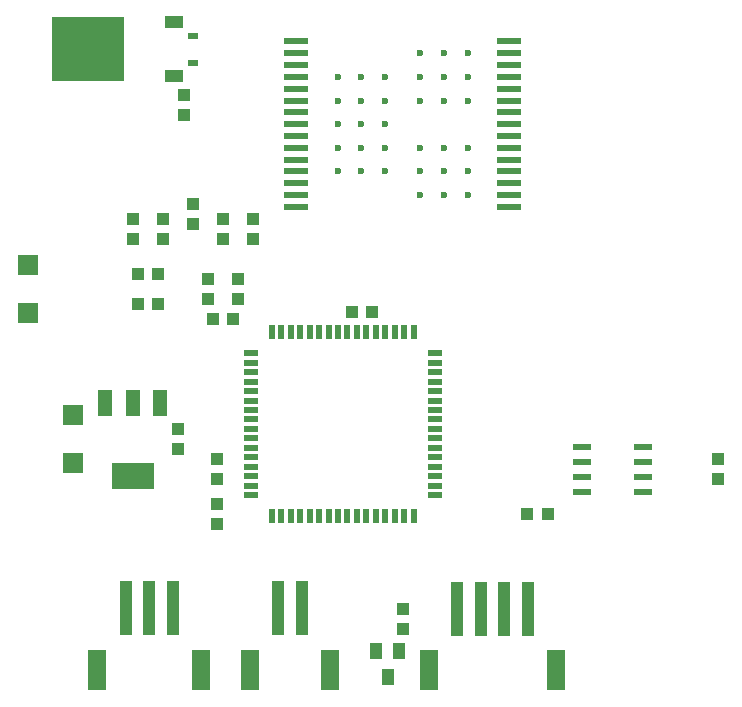
<source format=gtp>
G75*
G70*
%OFA0B0*%
%FSLAX24Y24*%
%IPPOS*%
%LPD*%
%AMOC8*
5,1,8,0,0,1.08239X$1,22.5*
%
%ADD10R,0.0470X0.0220*%
%ADD11R,0.0220X0.0470*%
%ADD12R,0.0433X0.0394*%
%ADD13R,0.0787X0.0200*%
%ADD14R,0.0787X0.0197*%
%ADD15C,0.0236*%
%ADD16R,0.0394X0.0433*%
%ADD17R,0.2441X0.2126*%
%ADD18R,0.0630X0.0394*%
%ADD19R,0.0327X0.0248*%
%ADD20R,0.0394X0.0551*%
%ADD21R,0.0394X0.1811*%
%ADD22R,0.0630X0.1339*%
%ADD23R,0.0480X0.0880*%
%ADD24R,0.1417X0.0866*%
%ADD25R,0.0630X0.0236*%
%ADD26R,0.0669X0.0709*%
%ADD27R,0.0425X0.0413*%
%ADD28R,0.0413X0.0425*%
D10*
X011826Y007420D03*
X011826Y007735D03*
X011826Y008050D03*
X011826Y008365D03*
X011826Y008680D03*
X011826Y008995D03*
X011826Y009310D03*
X011826Y009625D03*
X011826Y009940D03*
X011826Y010255D03*
X011826Y010570D03*
X011826Y010885D03*
X011826Y011200D03*
X011826Y011514D03*
X011826Y011829D03*
X011826Y012144D03*
X017967Y012144D03*
X017967Y011829D03*
X017967Y011514D03*
X017967Y011200D03*
X017967Y010885D03*
X017967Y010570D03*
X017967Y010255D03*
X017967Y009940D03*
X017967Y009625D03*
X017967Y009310D03*
X017967Y008995D03*
X017967Y008680D03*
X017967Y008365D03*
X017967Y008050D03*
X017967Y007735D03*
X017967Y007420D03*
D11*
X017259Y006711D03*
X016944Y006711D03*
X016629Y006711D03*
X016314Y006711D03*
X015999Y006711D03*
X015684Y006711D03*
X015369Y006711D03*
X015054Y006711D03*
X014739Y006711D03*
X014424Y006711D03*
X014109Y006711D03*
X013794Y006711D03*
X013479Y006711D03*
X013164Y006711D03*
X012849Y006711D03*
X012534Y006711D03*
X012534Y012853D03*
X012849Y012853D03*
X013164Y012853D03*
X013479Y012853D03*
X013794Y012853D03*
X014109Y012853D03*
X014424Y012853D03*
X014739Y012853D03*
X015054Y012853D03*
X015369Y012853D03*
X015684Y012853D03*
X015999Y012853D03*
X016314Y012853D03*
X016629Y012853D03*
X016944Y012853D03*
X017259Y012853D03*
D12*
X011897Y015948D03*
X011897Y016617D03*
X010897Y016617D03*
X010897Y015948D03*
X009897Y016448D03*
X009897Y017117D03*
X008897Y016617D03*
X008897Y015948D03*
X007897Y015948D03*
X007897Y016617D03*
X010397Y014617D03*
X010397Y013948D03*
X009597Y020098D03*
X009597Y020767D03*
X027397Y008617D03*
X027397Y007948D03*
X016897Y003617D03*
X016897Y002948D03*
D13*
X020440Y017420D03*
X020440Y017814D03*
X020440Y018207D03*
X020440Y018601D03*
X020440Y019389D03*
X020440Y020176D03*
X020440Y020963D03*
X020440Y021357D03*
X020440Y021751D03*
X020440Y022144D03*
X013353Y022144D03*
X013353Y021357D03*
X013353Y020963D03*
X013353Y020570D03*
X013353Y020176D03*
X013353Y019782D03*
X013353Y019389D03*
X013353Y018995D03*
X013353Y018601D03*
X013353Y018207D03*
X013353Y017420D03*
D14*
X013355Y017026D03*
X013355Y017814D03*
X013355Y021751D03*
X013355Y022538D03*
X020438Y022538D03*
X020438Y020570D03*
X020438Y019782D03*
X020438Y018995D03*
X020438Y017026D03*
D15*
X019062Y017420D03*
X019062Y018207D03*
X018274Y018207D03*
X017487Y018207D03*
X017487Y017420D03*
X018274Y017420D03*
X018274Y018995D03*
X017487Y018995D03*
X016306Y018995D03*
X015519Y018995D03*
X015519Y018207D03*
X016306Y018207D03*
X014731Y018207D03*
X014731Y018995D03*
X014731Y019782D03*
X014731Y020570D03*
X014731Y021357D03*
X015519Y021357D03*
X016306Y021357D03*
X016306Y020570D03*
X015519Y020570D03*
X015519Y019782D03*
X016306Y019782D03*
X017487Y020570D03*
X017487Y021357D03*
X017487Y022144D03*
X018274Y022144D03*
X018274Y021357D03*
X018274Y020570D03*
X019062Y020570D03*
X019062Y021357D03*
X019062Y022144D03*
X019062Y018995D03*
D16*
X015881Y013532D03*
X015212Y013532D03*
X011231Y013282D03*
X010562Y013282D03*
X008731Y013782D03*
X008062Y013782D03*
X008062Y014782D03*
X008731Y014782D03*
D17*
X006412Y022282D03*
D18*
X009286Y021385D03*
X009286Y023180D03*
D19*
X009897Y022735D03*
X009897Y021829D03*
D20*
X016023Y002215D03*
X016771Y002215D03*
X016397Y001349D03*
D21*
X018715Y003633D03*
X019503Y003633D03*
X020290Y003633D03*
X021078Y003633D03*
X013540Y003639D03*
X012753Y003639D03*
X009234Y003639D03*
X008447Y003639D03*
X007659Y003639D03*
D22*
X006714Y001592D03*
X010179Y001592D03*
X011808Y001592D03*
X014485Y001592D03*
X017771Y001585D03*
X022023Y001585D03*
D23*
X008806Y010502D03*
X007897Y010502D03*
X006987Y010502D03*
D24*
X007897Y008062D03*
D25*
X022873Y008032D03*
X022873Y007532D03*
X022873Y008532D03*
X022873Y009032D03*
X024920Y009032D03*
X024920Y008532D03*
X024920Y008032D03*
X024920Y007532D03*
D26*
X005897Y008475D03*
X005897Y010089D03*
X004397Y013475D03*
X004397Y015089D03*
D27*
X009397Y009627D03*
X009397Y008938D03*
X010697Y008627D03*
X010697Y007938D03*
X010697Y007127D03*
X010697Y006438D03*
X011397Y013938D03*
X011397Y014627D03*
D28*
X021052Y006782D03*
X021741Y006782D03*
M02*

</source>
